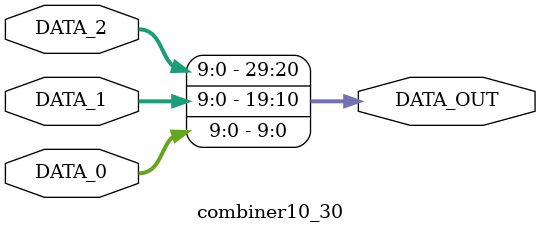
<source format=v>
`timescale 1ns / 1ps


module combiner10_30(
    input [9:0] DATA_0,
    input [9:0] DATA_1,
    input [9:0] DATA_2,
    output [29:0] DATA_OUT
    );
    
    assign DATA_OUT[9:0]=DATA_0[9:0];
    assign DATA_OUT[19:10]=DATA_1[9:0];
    assign DATA_OUT[29:20]=DATA_2[9:0];
    
endmodule

</source>
